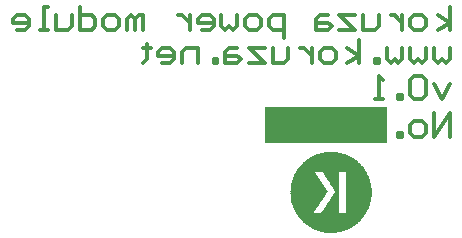
<source format=gbo>
G04 Layer_Color=32896*
%FSAX25Y25*%
%MOIN*%
G70*
G01*
G75*
%ADD30C,0.01181*%
%ADD71C,0.00100*%
%ADD72R,0.40500X0.12000*%
D30*
X0563000Y0265000D02*
Y0272871D01*
Y0267624D02*
X0559064Y0270248D01*
X0563000Y0267624D02*
X0559064Y0265000D01*
X0553817D02*
X0551193D01*
X0549881Y0266312D01*
Y0268936D01*
X0551193Y0270248D01*
X0553817D01*
X0555128Y0268936D01*
Y0266312D01*
X0553817Y0265000D01*
X0547257Y0270248D02*
Y0265000D01*
Y0267624D01*
X0545945Y0268936D01*
X0544633Y0270248D01*
X0543321D01*
X0539386D02*
Y0266312D01*
X0538074Y0265000D01*
X0534138D01*
Y0270248D01*
X0531514D02*
X0526266D01*
X0531514Y0265000D01*
X0526266D01*
X0522331Y0270248D02*
X0519707D01*
X0518395Y0268936D01*
Y0265000D01*
X0522331D01*
X0523643Y0266312D01*
X0522331Y0267624D01*
X0518395D01*
X0507900Y0262376D02*
Y0270248D01*
X0503964D01*
X0502652Y0268936D01*
Y0266312D01*
X0503964Y0265000D01*
X0507900D01*
X0498716D02*
X0496092D01*
X0494780Y0266312D01*
Y0268936D01*
X0496092Y0270248D01*
X0498716D01*
X0500028Y0268936D01*
Y0266312D01*
X0498716Y0265000D01*
X0492157Y0270248D02*
Y0266312D01*
X0490845Y0265000D01*
X0489533Y0266312D01*
X0488221Y0265000D01*
X0486909Y0266312D01*
Y0270248D01*
X0480349Y0265000D02*
X0482973D01*
X0484285Y0266312D01*
Y0268936D01*
X0482973Y0270248D01*
X0480349D01*
X0479038Y0268936D01*
Y0267624D01*
X0484285D01*
X0476414Y0270248D02*
Y0265000D01*
Y0267624D01*
X0475102Y0268936D01*
X0473790Y0270248D01*
X0472478D01*
X0460671Y0265000D02*
Y0270248D01*
X0459359D01*
X0458047Y0268936D01*
Y0265000D01*
Y0268936D01*
X0456735Y0270248D01*
X0455423Y0268936D01*
Y0265000D01*
X0451487D02*
X0448864D01*
X0447552Y0266312D01*
Y0268936D01*
X0448864Y0270248D01*
X0451487D01*
X0452799Y0268936D01*
Y0266312D01*
X0451487Y0265000D01*
X0439680Y0272871D02*
Y0265000D01*
X0443616D01*
X0444928Y0266312D01*
Y0268936D01*
X0443616Y0270248D01*
X0439680D01*
X0437056D02*
Y0266312D01*
X0435744Y0265000D01*
X0431809D01*
Y0270248D01*
X0429185Y0265000D02*
X0426561D01*
X0427873D01*
Y0272871D01*
X0429185D01*
X0418689Y0265000D02*
X0421313D01*
X0422625Y0266312D01*
Y0268936D01*
X0421313Y0270248D01*
X0418689D01*
X0417378Y0268936D01*
Y0267624D01*
X0422625D01*
X0563000Y0259248D02*
Y0255312D01*
X0561688Y0254000D01*
X0560376Y0255312D01*
X0559064Y0254000D01*
X0557752Y0255312D01*
Y0259248D01*
X0555128D02*
Y0255312D01*
X0553817Y0254000D01*
X0552505Y0255312D01*
X0551193Y0254000D01*
X0549881Y0255312D01*
Y0259248D01*
X0547257D02*
Y0255312D01*
X0545945Y0254000D01*
X0544633Y0255312D01*
X0543321Y0254000D01*
X0542009Y0255312D01*
Y0259248D01*
X0539386Y0254000D02*
Y0255312D01*
X0538074D01*
Y0254000D01*
X0539386D01*
X0532826D02*
Y0261872D01*
Y0256624D02*
X0528890Y0259248D01*
X0532826Y0256624D02*
X0528890Y0254000D01*
X0523643D02*
X0521019D01*
X0519707Y0255312D01*
Y0257936D01*
X0521019Y0259248D01*
X0523643D01*
X0524955Y0257936D01*
Y0255312D01*
X0523643Y0254000D01*
X0517083Y0259248D02*
Y0254000D01*
Y0256624D01*
X0515771Y0257936D01*
X0514459Y0259248D01*
X0513147D01*
X0509212D02*
Y0255312D01*
X0507900Y0254000D01*
X0503964D01*
Y0259248D01*
X0501340D02*
X0496092D01*
X0501340Y0254000D01*
X0496092D01*
X0492157Y0259248D02*
X0489533D01*
X0488221Y0257936D01*
Y0254000D01*
X0492157D01*
X0493469Y0255312D01*
X0492157Y0256624D01*
X0488221D01*
X0485597Y0254000D02*
Y0255312D01*
X0484285D01*
Y0254000D01*
X0485597D01*
X0479038D02*
Y0259248D01*
X0475102D01*
X0473790Y0257936D01*
Y0254000D01*
X0467230D02*
X0469854D01*
X0471166Y0255312D01*
Y0257936D01*
X0469854Y0259248D01*
X0467230D01*
X0465918Y0257936D01*
Y0256624D01*
X0471166D01*
X0461983Y0260560D02*
Y0259248D01*
X0463295D01*
X0460671D01*
X0461983D01*
Y0255312D01*
X0460671Y0254000D01*
X0563000Y0247248D02*
X0560376Y0242000D01*
X0557752Y0247248D01*
X0555128Y0248560D02*
X0553817Y0249871D01*
X0551193D01*
X0549881Y0248560D01*
Y0243312D01*
X0551193Y0242000D01*
X0553817D01*
X0555128Y0243312D01*
Y0248560D01*
X0547257Y0242000D02*
Y0243312D01*
X0545945D01*
Y0242000D01*
X0547257D01*
X0540697D02*
X0538074D01*
X0539386D01*
Y0249871D01*
X0540697Y0248560D01*
X0563000Y0229500D02*
Y0237371D01*
X0557752Y0229500D01*
Y0237371D01*
X0553817Y0229500D02*
X0551193D01*
X0549881Y0230812D01*
Y0233436D01*
X0551193Y0234748D01*
X0553817D01*
X0555128Y0233436D01*
Y0230812D01*
X0553817Y0229500D01*
X0547257D02*
Y0230812D01*
X0545945D01*
Y0229500D01*
X0547257D01*
D71*
X0523450Y0197750D02*
X0523550D01*
X0521950Y0197850D02*
X0522050D01*
X0522250D02*
X0524350D01*
X0524450D02*
X0524550D01*
X0524650D02*
X0524750D01*
X0521150Y0197950D02*
X0521250D01*
X0521350D02*
X0525250D01*
X0520650Y0198050D02*
X0525950D01*
X0520250Y0198150D02*
X0526350D01*
X0519850Y0198250D02*
X0526650D01*
X0526750D02*
X0526850D01*
X0519350Y0198350D02*
X0519450D01*
X0519550D02*
X0527050D01*
X0519150Y0198450D02*
X0527450D01*
X0518850Y0198550D02*
X0527650D01*
X0527750D02*
X0527850D01*
X0518550Y0198650D02*
X0527950D01*
X0518250Y0198750D02*
X0528350D01*
X0518050Y0198850D02*
X0528450D01*
X0528550D02*
X0528650D01*
X0517850Y0198950D02*
X0528750D01*
X0517650Y0199050D02*
X0529050D01*
X0517350Y0199150D02*
X0529150D01*
X0517150Y0199250D02*
X0529450D01*
X0517050Y0199350D02*
X0529550D01*
X0516850Y0199450D02*
X0529850D01*
X0516650Y0199550D02*
X0529950D01*
X0516450Y0199650D02*
X0530050D01*
X0516350Y0199750D02*
X0530250D01*
X0516150Y0199850D02*
X0530450D01*
X0515950Y0199950D02*
X0530550D01*
X0515850Y0200050D02*
X0530850D01*
X0515650Y0200150D02*
X0530850D01*
X0515650Y0200250D02*
X0531050D01*
X0515450Y0200350D02*
X0531150D01*
X0515250Y0200450D02*
X0531350D01*
X0515150Y0200550D02*
X0531450D01*
X0514950Y0200650D02*
X0531550D01*
X0514950Y0200750D02*
X0531650D01*
X0514750Y0200850D02*
X0531850D01*
X0514650Y0200950D02*
X0531950D01*
X0514550Y0201050D02*
X0532050D01*
X0514450Y0201150D02*
X0532250D01*
X0514250Y0201250D02*
X0532250D01*
X0514250Y0201350D02*
X0532450D01*
X0514150Y0201450D02*
X0532450D01*
X0514050Y0201550D02*
X0532650D01*
X0513850Y0201650D02*
X0532650D01*
X0513750Y0201750D02*
X0532850D01*
X0513650Y0201850D02*
X0532850D01*
X0513650Y0201950D02*
X0533050D01*
X0513450Y0202050D02*
X0533050D01*
X0513450Y0202150D02*
X0533150D01*
X0513350Y0202250D02*
X0533250D01*
X0513250Y0202350D02*
X0533450D01*
X0513150Y0202450D02*
X0533450D01*
X0513050Y0202550D02*
X0533550D01*
X0512950Y0202650D02*
X0533650D01*
X0512850Y0202750D02*
X0533650D01*
X0512850Y0202850D02*
X0533750D01*
X0512750Y0202950D02*
X0533850D01*
X0512650Y0203050D02*
X0533950D01*
X0512550Y0203150D02*
X0534050D01*
X0512550Y0203250D02*
X0534050D01*
X0512450Y0203350D02*
X0534250D01*
X0512350Y0203450D02*
X0534250D01*
X0512350Y0203550D02*
X0534250D01*
X0512150Y0203650D02*
X0534450D01*
X0512150Y0203750D02*
X0534450D01*
X0512150Y0203850D02*
X0534450D01*
X0512050Y0203950D02*
X0534550D01*
X0511950Y0204050D02*
X0534650D01*
X0511950Y0204150D02*
X0534650D01*
X0511750Y0204250D02*
X0517550D01*
X0520050D02*
X0525950D01*
X0528250D02*
X0534750D01*
X0511750Y0204350D02*
X0517450D01*
X0520150D02*
X0525750D01*
X0528350D02*
X0534850D01*
X0511750Y0204450D02*
X0517350D01*
X0520450D02*
X0525650D01*
X0528450D02*
X0534850D01*
X0511650Y0204550D02*
X0517350D01*
X0520450D02*
X0525650D01*
X0528450D02*
X0534850D01*
X0511650Y0204650D02*
X0517450D01*
X0520550D02*
X0525650D01*
X0528550D02*
X0535050D01*
X0511550Y0204750D02*
X0517450D01*
X0520650D02*
X0525650D01*
X0528550D02*
X0535050D01*
X0511550Y0204850D02*
X0517550D01*
X0520650D02*
X0525650D01*
X0528450D02*
X0535050D01*
X0511450Y0204950D02*
X0517550D01*
X0520750D02*
X0525650D01*
X0528550D02*
X0535150D01*
X0511350Y0205050D02*
X0517650D01*
X0520850D02*
X0525650D01*
X0528550D02*
X0535250D01*
X0511350Y0205150D02*
X0517750D01*
X0520950D02*
X0525650D01*
X0528550D02*
X0535250D01*
X0511350Y0205250D02*
X0517850D01*
X0520850D02*
X0525650D01*
X0528450D02*
X0535250D01*
X0511250Y0205350D02*
X0517850D01*
X0520950D02*
X0525650D01*
X0528550D02*
X0535350D01*
X0511150Y0205450D02*
X0517950D01*
X0521150D02*
X0525650D01*
X0528550D02*
X0535450D01*
X0511150Y0205550D02*
X0517950D01*
X0521250D02*
X0525650D01*
X0528450D02*
X0535450D01*
X0511050Y0205650D02*
X0518050D01*
X0521150D02*
X0525650D01*
X0528550D02*
X0535550D01*
X0511050Y0205750D02*
X0518150D01*
X0521350D02*
X0525650D01*
X0528550D02*
X0535550D01*
X0511050Y0205850D02*
X0518150D01*
X0521250D02*
X0525650D01*
X0528450D02*
X0535550D01*
X0510950Y0205950D02*
X0518250D01*
X0521450D02*
X0525650D01*
X0528550D02*
X0535650D01*
X0510950Y0206050D02*
X0518250D01*
X0521450D02*
X0525650D01*
X0528450D02*
X0535650D01*
X0510950Y0206150D02*
X0518450D01*
X0521450D02*
X0525650D01*
X0528550D02*
X0535650D01*
X0510850Y0206250D02*
X0518450D01*
X0521650D02*
X0525650D01*
X0528550D02*
X0535750D01*
X0510750Y0206350D02*
X0518550D01*
X0521650D02*
X0525650D01*
X0528550D02*
X0535750D01*
X0510850Y0206450D02*
X0518550D01*
X0521650D02*
X0525650D01*
X0528450D02*
X0535850D01*
X0510750Y0206550D02*
X0518550D01*
X0518650D02*
X0518750D01*
X0521850D02*
X0525650D01*
X0528550D02*
X0535850D01*
X0510750Y0206650D02*
X0518750D01*
X0521850D02*
X0525650D01*
X0528550D02*
X0535850D01*
X0510750Y0206750D02*
X0518750D01*
X0521850D02*
X0525650D01*
X0528550D02*
X0535950D01*
X0510650Y0206850D02*
X0518950D01*
X0521950D02*
X0525650D01*
X0528550D02*
X0535950D01*
X0510650Y0206950D02*
X0518850D01*
X0522050D02*
X0525650D01*
X0528450D02*
X0535950D01*
X0510550Y0207050D02*
X0519050D01*
X0522150D02*
X0525650D01*
X0528550D02*
X0535950D01*
X0510550Y0207150D02*
X0519050D01*
X0522150D02*
X0525650D01*
X0528550D02*
X0536050D01*
X0510450Y0207250D02*
X0519150D01*
X0522350D02*
X0525650D01*
X0528450D02*
X0536150D01*
X0510550Y0207350D02*
X0519150D01*
X0522250D02*
X0525650D01*
X0528550D02*
X0536050D01*
X0510450Y0207450D02*
X0519250D01*
X0522350D02*
X0525650D01*
X0528550D02*
X0536150D01*
X0510450Y0207550D02*
X0519350D01*
X0522450D02*
X0525650D01*
X0528450D02*
X0536150D01*
X0510450Y0207650D02*
X0519350D01*
X0522450D02*
X0525650D01*
X0528550D02*
X0536150D01*
X0510350Y0207750D02*
X0519450D01*
X0522550D02*
X0525650D01*
X0528550D02*
X0536250D01*
X0510350Y0207850D02*
X0519550D01*
X0522650D02*
X0525650D01*
X0528450D02*
X0536250D01*
X0510250Y0207950D02*
X0519550D01*
X0522650D02*
X0525650D01*
X0528550D02*
X0536250D01*
X0510350Y0208050D02*
X0519750D01*
X0522750D02*
X0525650D01*
X0528450D02*
X0536350D01*
X0510250Y0208150D02*
X0519650D01*
X0522850D02*
X0525650D01*
X0528550D02*
X0536350D01*
X0510250Y0208250D02*
X0519850D01*
X0522850D02*
X0525650D01*
X0528550D02*
X0536350D01*
X0510250Y0208350D02*
X0519950D01*
X0522950D02*
X0525650D01*
X0528550D02*
X0536450D01*
X0510250Y0208450D02*
X0519850D01*
X0523050D02*
X0525650D01*
X0528450D02*
X0536350D01*
X0510150Y0208550D02*
X0519950D01*
X0523050D02*
X0525650D01*
X0528550D02*
X0536350D01*
X0510150Y0208650D02*
X0520150D01*
X0523050D02*
X0523150D01*
X0523250D02*
X0525650D01*
X0528550D02*
X0536450D01*
X0510150Y0208750D02*
X0520050D01*
X0523150D02*
X0525650D01*
X0528550D02*
X0536450D01*
X0510150Y0208850D02*
X0520150D01*
X0523350D02*
X0525650D01*
X0528450D02*
X0536450D01*
X0510050Y0208950D02*
X0520150D01*
X0520250D02*
X0520350D01*
X0523250D02*
X0525650D01*
X0528550D02*
X0536450D01*
X0510150Y0209050D02*
X0520350D01*
X0523450D02*
X0525650D01*
X0528550D02*
X0536450D01*
X0510150Y0209150D02*
X0520350D01*
X0523450D02*
X0525650D01*
X0528450D02*
X0536450D01*
X0510050Y0209250D02*
X0520550D01*
X0523550D02*
X0525650D01*
X0528550D02*
X0536550D01*
X0510050Y0209350D02*
X0520450D01*
X0523550D02*
X0525650D01*
X0528550D02*
X0536550D01*
X0510050Y0209450D02*
X0520650D01*
X0523650D02*
X0525650D01*
X0528450D02*
X0536550D01*
X0510050Y0209550D02*
X0520650D01*
X0523750D02*
X0525650D01*
X0528550D02*
X0536550D01*
X0510050Y0209650D02*
X0520750D01*
X0523850D02*
X0525650D01*
X0528450D02*
X0536550D01*
X0510050Y0209750D02*
X0520750D01*
X0523750D02*
X0523850D01*
X0523950D02*
X0525650D01*
X0528550D02*
X0536650D01*
X0510050Y0209850D02*
X0520850D01*
X0523850D02*
X0525650D01*
X0528550D02*
X0536550D01*
X0510050Y0209950D02*
X0520950D01*
X0523950D02*
X0525650D01*
X0528550D02*
X0536550D01*
X0510050Y0210050D02*
X0520950D01*
X0524050D02*
X0525650D01*
X0528450D02*
X0536650D01*
X0509950Y0210150D02*
X0521050D01*
X0524050D02*
X0525650D01*
X0528550D02*
X0536650D01*
X0509950Y0210250D02*
X0521150D01*
X0524150D02*
X0525650D01*
X0528550D02*
X0536550D01*
X0509950Y0210350D02*
X0521150D01*
X0524150D02*
X0524250D01*
X0524350D02*
X0525650D01*
X0528550D02*
X0536650D01*
X0509950Y0210450D02*
X0521250D01*
X0524250D02*
X0525650D01*
X0528450D02*
X0536650D01*
X0509950Y0210550D02*
X0521350D01*
X0524450D02*
X0525650D01*
X0528550D02*
X0536650D01*
X0509950Y0210650D02*
X0521350D01*
X0524350D02*
X0524450D01*
X0524550D02*
X0525650D01*
X0528550D02*
X0536650D01*
X0509950Y0210750D02*
X0521450D01*
X0524450D02*
X0525650D01*
X0528450D02*
X0536650D01*
X0509950Y0210850D02*
X0521550D01*
X0524650D02*
X0525650D01*
X0528550D02*
X0536650D01*
X0509850Y0210950D02*
X0521550D01*
X0524650D02*
X0525650D01*
X0528550D02*
X0536650D01*
X0509950Y0211050D02*
X0521650D01*
X0524650D02*
X0525650D01*
X0528450D02*
X0536650D01*
X0509950Y0211150D02*
X0521750D01*
X0524750D02*
X0525650D01*
X0528550D02*
X0536650D01*
X0509950Y0211250D02*
X0521750D01*
X0524750D02*
X0525650D01*
X0528450D02*
X0536650D01*
X0509950Y0211350D02*
X0521850D01*
X0524850D02*
X0525650D01*
X0528550D02*
X0536650D01*
X0509850Y0211450D02*
X0521950D01*
X0524750D02*
X0525650D01*
X0528550D02*
X0536650D01*
X0509950Y0211550D02*
X0521850D01*
X0524750D02*
X0525650D01*
X0528550D02*
X0536650D01*
X0509950Y0211650D02*
X0521750D01*
X0524750D02*
X0525650D01*
X0528450D02*
X0536650D01*
X0509950Y0211750D02*
X0521650D01*
X0524650D02*
X0525650D01*
X0528550D02*
X0536650D01*
X0509950Y0211850D02*
X0521650D01*
X0524650D02*
X0525650D01*
X0528550D02*
X0536650D01*
X0509950Y0211950D02*
X0521550D01*
X0524550D02*
X0525650D01*
X0528550D02*
X0536650D01*
X0509950Y0212050D02*
X0521550D01*
X0524450D02*
X0525650D01*
X0528450D02*
X0536650D01*
X0509950Y0212150D02*
X0521450D01*
X0524450D02*
X0525650D01*
X0528550D02*
X0536550D01*
X0510050Y0212250D02*
X0521350D01*
X0524350D02*
X0525650D01*
X0528550D02*
X0536650D01*
X0510050Y0212350D02*
X0521350D01*
X0524350D02*
X0525650D01*
X0528450D02*
X0536550D01*
X0509950Y0212450D02*
X0521250D01*
X0524150D02*
X0525650D01*
X0528550D02*
X0536650D01*
X0510050Y0212550D02*
X0521150D01*
X0524250D02*
X0525650D01*
X0528550D02*
X0536550D01*
X0510050Y0212650D02*
X0521150D01*
X0524150D02*
X0525650D01*
X0528450D02*
X0536550D01*
X0510050Y0212750D02*
X0520950D01*
X0521050D02*
X0521150D01*
X0523950D02*
X0525650D01*
X0528550D02*
X0536550D01*
X0510050Y0212850D02*
X0520950D01*
X0524050D02*
X0525650D01*
X0528450D02*
X0536550D01*
X0510050Y0212950D02*
X0520950D01*
X0523950D02*
X0525650D01*
X0528550D02*
X0536550D01*
X0510050Y0213050D02*
X0520850D01*
X0523750D02*
X0525650D01*
X0528550D02*
X0536550D01*
X0510150Y0213150D02*
X0520850D01*
X0523750D02*
X0525650D01*
X0528550D02*
X0536450D01*
X0510050Y0213250D02*
X0520750D01*
X0523750D02*
X0525650D01*
X0528450D02*
X0536550D01*
X0510150Y0213350D02*
X0520550D01*
X0523650D02*
X0525650D01*
X0528550D02*
X0536450D01*
X0510150Y0213450D02*
X0520650D01*
X0523650D02*
X0525650D01*
X0528550D02*
X0536450D01*
X0510150Y0213550D02*
X0520450D01*
X0523550D02*
X0525650D01*
X0528550D02*
X0536450D01*
X0510150Y0213650D02*
X0520350D01*
X0520450D02*
X0520550D01*
X0523450D02*
X0525650D01*
X0528450D02*
X0536450D01*
X0510150Y0213750D02*
X0520450D01*
X0523450D02*
X0525650D01*
X0528550D02*
X0536450D01*
X0510250Y0213850D02*
X0520350D01*
X0523350D02*
X0525650D01*
X0528550D02*
X0536350D01*
X0510250Y0213950D02*
X0520250D01*
X0523250D02*
X0525650D01*
X0528450D02*
X0536450D01*
X0510250Y0214050D02*
X0520250D01*
X0523250D02*
X0525650D01*
X0528550D02*
X0536350D01*
X0510250Y0214150D02*
X0520150D01*
X0523150D02*
X0525650D01*
X0528550D02*
X0536350D01*
X0510350Y0214250D02*
X0520050D01*
X0523050D02*
X0525650D01*
X0528450D02*
X0536250D01*
X0510350Y0214350D02*
X0519950D01*
X0523050D02*
X0525650D01*
X0528550D02*
X0536250D01*
X0510350Y0214450D02*
X0519950D01*
X0522950D02*
X0525650D01*
X0528450D02*
X0536250D01*
X0510350Y0214550D02*
X0519950D01*
X0522950D02*
X0525650D01*
X0528550D02*
X0536250D01*
X0510450Y0214650D02*
X0519750D01*
X0522850D02*
X0525650D01*
X0528550D02*
X0536150D01*
X0510450Y0214750D02*
X0519750D01*
X0522750D02*
X0525650D01*
X0528550D02*
X0536150D01*
X0510450Y0214850D02*
X0519650D01*
X0522750D02*
X0525650D01*
X0528450D02*
X0536150D01*
X0510450Y0214950D02*
X0519650D01*
X0522650D02*
X0525650D01*
X0528550D02*
X0536050D01*
X0510550Y0215050D02*
X0519550D01*
X0522550D02*
X0525650D01*
X0528550D02*
X0536150D01*
X0510550Y0215150D02*
X0519450D01*
X0522550D02*
X0525650D01*
X0528550D02*
X0536050D01*
X0510550Y0215250D02*
X0519450D01*
X0522450D02*
X0525650D01*
X0528450D02*
X0535950D01*
X0510650Y0215350D02*
X0519350D01*
X0522350D02*
X0525650D01*
X0528550D02*
X0536050D01*
X0510650Y0215450D02*
X0519250D01*
X0522250D02*
X0522350D01*
X0522450D02*
X0525650D01*
X0528550D02*
X0535950D01*
X0510650Y0215550D02*
X0519250D01*
X0522250D02*
X0525650D01*
X0528450D02*
X0535950D01*
X0510750Y0215650D02*
X0519150D01*
X0522250D02*
X0525650D01*
X0528550D02*
X0535850D01*
X0510750Y0215750D02*
X0519050D01*
X0522150D02*
X0525650D01*
X0528550D02*
X0535850D01*
X0510850Y0215850D02*
X0519050D01*
X0522050D02*
X0525650D01*
X0528450D02*
X0535750D01*
X0510850Y0215950D02*
X0518950D01*
X0522050D02*
X0525650D01*
X0528550D02*
X0535750D01*
X0510850Y0216050D02*
X0518850D01*
X0521950D02*
X0525650D01*
X0528450D02*
X0535750D01*
X0510850Y0216150D02*
X0518750D01*
X0521850D02*
X0525650D01*
X0528550D02*
X0535750D01*
X0510950Y0216250D02*
X0518850D01*
X0521850D02*
X0525650D01*
X0528550D02*
X0535650D01*
X0510950Y0216350D02*
X0518750D01*
X0521750D02*
X0525650D01*
X0528550D02*
X0535650D01*
X0511050Y0216450D02*
X0518650D01*
X0521650D02*
X0525650D01*
X0528450D02*
X0535550D01*
X0511050Y0216550D02*
X0518450D01*
X0521550D02*
X0521650D01*
X0521750D02*
X0525650D01*
X0528550D02*
X0535550D01*
X0511050Y0216650D02*
X0518550D01*
X0521650D02*
X0525650D01*
X0528550D02*
X0535450D01*
X0511150Y0216750D02*
X0518450D01*
X0521450D02*
X0525650D01*
X0528550D02*
X0535450D01*
X0511250Y0216850D02*
X0518350D01*
X0521450D02*
X0525650D01*
X0528450D02*
X0535450D01*
X0511250Y0216950D02*
X0518350D01*
X0521350D02*
X0525650D01*
X0528550D02*
X0535350D01*
X0511250Y0217050D02*
X0518150D01*
X0521350D02*
X0525650D01*
X0528550D02*
X0535250D01*
X0511350Y0217150D02*
X0518150D01*
X0521350D02*
X0525650D01*
X0528550D02*
X0535250D01*
X0511450Y0217250D02*
X0518050D01*
X0521150D02*
X0525650D01*
X0528550D02*
X0535250D01*
X0511450Y0217350D02*
X0518050D01*
X0521150D02*
X0525650D01*
X0528450D02*
X0535150D01*
X0511450Y0217450D02*
X0517950D01*
X0521050D02*
X0525650D01*
X0528550D02*
X0535050D01*
X0511550Y0217550D02*
X0517950D01*
X0520950D02*
X0525650D01*
X0528450D02*
X0535050D01*
X0511650Y0217650D02*
X0517850D01*
X0521050D02*
X0525650D01*
X0528550D02*
X0534950D01*
X0511650Y0217750D02*
X0517750D01*
X0520950D02*
X0525650D01*
X0528550D02*
X0534950D01*
X0511750Y0217850D02*
X0517750D01*
X0520750D02*
X0525650D01*
X0528450D02*
X0534950D01*
X0511750Y0217950D02*
X0517750D01*
X0520750D02*
X0525750D01*
X0528450D02*
X0534850D01*
X0511850Y0218050D02*
X0517850D01*
X0517950D02*
X0518050D01*
X0518150D02*
X0518350D01*
X0518450D02*
X0518850D01*
X0518950D02*
X0519050D01*
X0519250D02*
X0519450D01*
X0519550D02*
X0519650D01*
X0519850D02*
X0519950D01*
X0520050D02*
X0520250D01*
X0520350D02*
X0520450D01*
X0520550D02*
X0525850D01*
X0525950D02*
X0526050D01*
X0526350D02*
X0526450D01*
X0526550D02*
X0526650D01*
X0526950D02*
X0527050D01*
X0527150D02*
X0527250D01*
X0527550D02*
X0527650D01*
X0527750D02*
X0527850D01*
X0527950D02*
X0528050D01*
X0528150D02*
X0534750D01*
X0511950Y0218150D02*
X0534650D01*
X0511950Y0218250D02*
X0534650D01*
X0512050Y0218350D02*
X0534550D01*
X0512050Y0218450D02*
X0534550D01*
X0512150Y0218550D02*
X0534450D01*
X0512250Y0218650D02*
X0534350D01*
X0512350Y0218750D02*
X0534350D01*
X0512350Y0218850D02*
X0534150D01*
X0512350Y0218950D02*
X0534150D01*
X0512550Y0219050D02*
X0534150D01*
X0512650Y0219150D02*
X0533950D01*
X0512650Y0219250D02*
X0533950D01*
X0512750Y0219350D02*
X0533950D01*
X0512850Y0219450D02*
X0533750D01*
X0512850Y0219550D02*
X0533750D01*
X0512950Y0219650D02*
X0533650D01*
X0513050Y0219750D02*
X0533450D01*
X0513150Y0219850D02*
X0533450D01*
X0513250Y0219950D02*
X0533350D01*
X0513350Y0220050D02*
X0533250D01*
X0513450Y0220150D02*
X0533150D01*
X0513450Y0220250D02*
X0533150D01*
X0513650Y0220350D02*
X0533050D01*
X0513650Y0220450D02*
X0532850D01*
X0513750Y0220550D02*
X0532850D01*
X0513950Y0220650D02*
X0532650D01*
X0513950Y0220750D02*
X0532650D01*
X0514150Y0220850D02*
X0532550D01*
X0514250Y0220950D02*
X0532350D01*
X0514250Y0221050D02*
X0532250D01*
X0514450Y0221150D02*
X0532150D01*
X0514550Y0221250D02*
X0532150D01*
X0514650Y0221350D02*
X0531950D01*
X0514750Y0221450D02*
X0531750D01*
X0514850Y0221550D02*
X0531650D01*
X0515050Y0221650D02*
X0531650D01*
X0515150Y0221750D02*
X0531450D01*
X0515250Y0221850D02*
X0531350D01*
X0515450Y0221950D02*
X0531150D01*
X0515550Y0222050D02*
X0531050D01*
X0515650Y0222150D02*
X0530850D01*
X0515850Y0222250D02*
X0530750D01*
X0515950Y0222350D02*
X0530650D01*
X0516150Y0222450D02*
X0530450D01*
X0516350Y0222550D02*
X0530250D01*
X0516450Y0222650D02*
X0530150D01*
X0516550Y0222750D02*
X0529950D01*
X0516850Y0222850D02*
X0529750D01*
X0517050Y0222950D02*
X0529650D01*
X0517250Y0223050D02*
X0529450D01*
X0517350Y0223150D02*
X0529250D01*
X0517650Y0223250D02*
X0528950D01*
X0517850Y0223350D02*
X0528750D01*
X0518050Y0223450D02*
X0528550D01*
X0518250Y0223550D02*
X0528250D01*
X0518550Y0223650D02*
X0527950D01*
X0528050D02*
X0528150D01*
X0518950Y0223750D02*
X0527750D01*
X0519150Y0223850D02*
X0527450D01*
X0519450Y0223950D02*
X0527050D01*
X0527150D02*
X0527250D01*
X0519850Y0224050D02*
X0526750D01*
X0520150Y0224150D02*
X0520250D01*
X0520350D02*
X0526350D01*
X0520650Y0224250D02*
X0525950D01*
X0521150Y0224350D02*
X0521250D01*
X0521350D02*
X0525250D01*
X0525450D02*
X0525550D01*
X0522050Y0224450D02*
X0522150D01*
X0522250D02*
X0524350D01*
X0524450D02*
X0524550D01*
X0523250Y0224550D02*
X0523350D01*
D72*
X0521750Y0233500D02*
D03*
M02*

</source>
